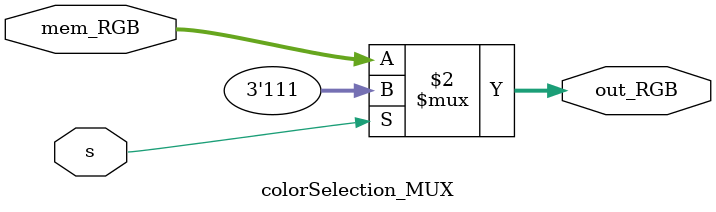
<source format=v>
module DisplayObj(
    CLOCK_50, rstn, startn, up, left, down, right, LEDR,
    VGA_X_Pos, VGA_Y_Pos, VGA_Color, VGA_Plot_EN, // VGA adapter input
    Obj_Init_X, Obj_Init_Y, // Object position
    Obj_Memory_Color, Memory_XC, Memory_YC, // Outputs for external memory module
    enemy_bullet_X, enemy_bullet_Y, game_over_en
);

    input CLOCK_50;
    input rstn, startn;
    input up, down, left, right;
    output [3:0] LEDR;

    ////////////////////////////// Input from bullet.v ////////////////////////////////
    input [8:0] enemy_bullet_X;
    input [7:0] enemy_bullet_Y;

    //////////////////////////// Output Declarations /////////////////////////////////
    output game_over_en;
    output [8:0] VGA_X_Pos; // Wired to VGA_X
    output [7:0] VGA_Y_Pos; // Wired to VGA_Y
    output [2:0] VGA_Color; // Wired to VGA_COLOR
    output VGA_Plot_EN;     // Wired to plot_enable

    output [8:0] Obj_Init_X; // Return the current x location of the object
    output [7:0] Obj_Init_Y; // Return the current y location of the object
    input [2:0] Obj_Memory_Color;

    output [4:0] Memory_XC;  // Wired out to the memory XC
    output [4:0] Memory_YC;  // Wired out to the memory YC

    ////////////////////////////// Wire Declarations /////////////////////////////////
    wire x_match, y_match, paint_done, move_enable;
    wire go_down, go_up, go_left, go_right;
    wire v_enable, h_enable, upDn, LeftRight, plot_enable, erase_enable;
    wire [8:0] newX_Loc, oldX_Loc;
    wire [7:0] newY_Loc, oldY_Loc;
    wire [4:0] XC, YC;
    wire YCincrement;

    /////////////////////////////// Collision Logic ///////////////////////////////////
    assign x_match = (VGA_X_Pos == enemy_bullet_X) ? 1 : 0;
    assign y_match = (VGA_Y_Pos == enemy_bullet_Y) ? 1 : 0;
    assign game_over_en = x_match && y_match;

    ////////////////////////////// Parameter Definitions /////////////////////////////
    parameter [8:0] X_init_loc = 9'd160;
    parameter [7:0] Y_init_loc = 8'd120;
    parameter User1OrUser2 = 1'b1; // 0 -> user1, 1 -> user2

    ////////////////////////////// New Assignments ///////////////////////////////////
    assign VGA_X_Pos = oldX_Loc + XC;
    assign VGA_Y_Pos = oldY_Loc + YC;
    assign VGA_Plot_EN = plot_enable;
    assign Obj_Init_X = oldX_Loc;
    assign Obj_Init_Y = oldY_Loc;

    assign Memory_XC = XC;
    assign Memory_YC = YC;

    ////////////////////////////// Input Control Signals /////////////////////////////
    assign go_down = down;
    assign go_up = up;
    assign go_left = left;
    assign go_right = right;
    assign move_enable = go_down || go_up || go_left || go_right;

    assign paint_done = (YC == 5'b11111 && XC == 5'b11111);

    ////////////////////////////// LEDs for Debugging ///////////////////////////////
    assign LEDR[0] = go_down;
    assign LEDR[1] = go_up;
    assign LEDR[2] = go_left;
    assign LEDR[3] = go_right;

    //////////////////////////// Instantiated Submodules ////////////////////////////
    regn X_InitialLOC (newX_Loc, rstn, CLOCK_50, oldX_Loc);
        defparam X_InitialLOC.n = 9;
        defparam X_InitialLOC.rst_Loc = X_init_loc;

    regn Y_InitialLOC (newY_Loc, rstn, CLOCK_50, oldY_Loc);
        defparam Y_InitialLOC.n = 8;
        defparam Y_InitialLOC.rst_Loc = Y_init_loc;

    updownCounter CounterUpDn(oldY_Loc, v_enable, upDn, rstn, CLOCK_50, newY_Loc);
        defparam CounterUpDn.rst_Loc = Y_init_loc;

    leftrightConter CounterLR(oldX_Loc, h_enable, LeftRight, rstn, CLOCK_50, newX_Loc);
        defparam CounterLR.rst_Loc = X_init_loc;

    colorSelection_MUX Color_MUX(Obj_Memory_Color, erase_enable, VGA_Color);

    animationFSM FSM(CLOCK_50,
        paint_done, move_enable, rstn, startn, go_down, go_up, go_left, go_right, oldX_Loc, oldY_Loc,
        v_enable, h_enable, upDn, LeftRight, plot_enable, erase_enable, idling
    );

    count_obj X_count (CLOCK_50, rstn, plot_enable, XC);
    count_obj Y_count (CLOCK_50, rstn, YCincrement, YC);
    assign YCincrement = (XC == 5'b11111);

endmodule

module regn(R, Resetn, Clock, Q);
    parameter n = 8;
    parameter rst_Loc = 8'd160;

    input [n-1:0] R;
    input Resetn, Clock;
    output reg [n-1:0] Q;

    always @(posedge Clock)
        if (!Resetn)
            Q <= rst_Loc;
        else
            Q <= R;
endmodule

module updownCounter(oldY_loc, V_enable, UpDn, rstn, clock, newY_Loc);
    parameter rst_Loc = 9'd160;

    input [7:0] oldY_loc;
    input V_enable, UpDn, rstn, clock;
    output reg [7:0] newY_Loc;

    wire slow;
    reg [20:0] fast;

    always @(posedge clock, negedge rstn) begin
        if (!rstn)
            fast <= 20'd255;
        else if (slow)
            fast <= 20'd255;
        else
            fast <= fast - 1'b1;
    end

    assign slow = (fast == 20'b0) ? 1 : 0;

    always @(posedge clock, negedge rstn) begin
        if (!rstn)
            newY_Loc <= rst_Loc;
        else if (V_enable && slow)
            newY_Loc <= oldY_loc + (UpDn ? 1 : -1);
    end
endmodule

module leftrightConter(oldX_loc, H_enable, LeftRight, rstn, clock, newX_Loc);
    parameter rst_Loc = 9'd160;

    input [8:0] oldX_loc;
    input H_enable, LeftRight, rstn, clock;
    output reg [8:0] newX_Loc;

    wire slow;
    reg [20:0] fast;

    always @(posedge clock, negedge rstn) begin
        if (!rstn)
            fast <= 20'd255;
        else if (slow)
            fast <= 20'd255;
        else
            fast <= fast - 1'b1;
    end

    assign slow = (fast == 20'b0) ? 1 : 0;

    always @(posedge clock, negedge rstn) begin
        if (!rstn)
            newX_Loc <= rst_Loc;
        else if (H_enable && slow)
            newX_Loc <= oldX_loc + (LeftRight ? 1 : -1);
    end
endmodule

module slow_clock(CLOCK_50, rstn, slow_clock);
    input CLOCK_50, rstn;
    output slow_clock;

    reg [20:0] fast;

    always @(posedge CLOCK_50, negedge rstn) begin
        if (!rstn)
            fast <= 20'd255;
        else if (slow_clock)
            fast <= 20'd255;
        else
            fast <= fast - 1'b1;
    end

    assign slow_clock = (fast == 20'b0) ? 1 : 0;
endmodule

module count_obj(Clock, Resetn, Enable, Q);
    parameter n = 5;

    input Clock, Resetn, Enable;
    output reg [n-1:0] Q;

    always @(posedge Clock)
        if (!Resetn)
            Q <= 0;
        else if (Enable)
            Q <= Q + 1;
endmodule

module animationFSM(
    CLOCK_50, paint_done, move_enable, rstn, startn, go_down, go_up, go_left, go_right,
    Obj_Init_X, Obj_Init_Y, v_enable, h_enable, upDn, LeftRight, plot_enable, erase_enable, idle_sig
);
    // Signal and parameter declarations at the top
    input CLOCK_50, paint_done, move_enable, rstn, startn, go_down, go_up, go_left, go_right;
    input [8:0] Obj_Init_X;
    input [7:0] Obj_Init_Y;

    output v_enable, h_enable, upDn, LeftRight, plot_enable, erase_enable, idle_sig;

    reg control_sig, goD, goU, goL, goR;
    reg move_en;
    reg [6:0] y, Y;

    parameter [6:0] Sidle = 7'b0000001, Sdraw = 7'b0000010, Serase = 7'b0000100, 
                     Sdown = 7'b0001000, Sup = 7'b0010000, Sleft = 7'b0100000, Sright = 7'b1000000;

    wire signal_uni;
    assign signal_uni = (goD && ~goU && ~goL && ~goR) || (~goD && goU && ~goL && ~goR) || 
                        (~goD && ~goU && goL && ~goR) || (~goD && ~goU && ~goL && goR);

    always @(y, paint_done, move_enable, rstn, startn, goD, goU, goL, goR) begin
        case (y)
            Sidle: if (startn) Y = Sdraw;
            Sdraw: if (move_en && paint_done && signal_uni) Y = Serase; else Y = Sdraw;
            Serase: if (paint_done == 1 && Obj_Init_X == 9'd2 && goL) Y = Sdraw;
                    else if (paint_done == 1 && Obj_Init_X == 9'd287 && goR) Y = Sdraw;
                    else if (paint_done == 1 && Obj_Init_Y == 8'd1 && goD) Y = Sdraw;
                    else if (paint_done == 1 && Obj_Init_Y == 8'd177 && goU) Y = Sdraw;
                    else if (paint_done == 1 && (Obj_Init_X == 8'd127 && goR) || (Obj_Init_X == 8'd160 && goL)) Y = Sdraw;
                    else if (paint_done == 1 && goD && ~goU && ~goL && ~goR) Y = Sdown;
                    else if (paint_done == 1 && ~goD && goU && ~goL && ~goR) Y = Sup;
                    else if (paint_done == 1 && ~goD && ~goU && goL && ~goR) Y = Sleft;
                    else if (paint_done == 1 && ~goD && ~goU && ~goL && goR) Y = Sright;
                    else Y = Serase;
            Sdown: Y = Sdraw;
            Sup: Y = Sdraw;
            Sleft: Y = Sdraw;
            Sright: Y = Sdraw;
            default: Y = Sidle;
        endcase
    end

    assign draw_state_output = y[1];

    // Control signal register
    always @(posedge CLOCK_50, negedge rstn) begin
        if (!rstn) begin
            control_sig <= 1'b0;
            goD <= 1'b0;
            goU <= 1'b0;
            goL <= 1'b0;
            goR <= 1'b0;
        end else if (draw_state_output) begin
            goD <= go_down;
            goU <= go_up;
            goL <= go_left;
            goR <= go_right;
        end
    end

    always @(posedge CLOCK_50) begin
        if (draw_state_output && move_enable)
            move_en <= 1'b1;
        else if (!draw_state_output)
            move_en <= 1'b0;
    end

    // Current and next state logic
    always @(posedge CLOCK_50, negedge rstn) begin
        if (!rstn)
            y <= Sidle;
        else
            y <= Y;
    end

    // Output logic
    assign v_enable = y[3] || y[4];
    assign h_enable = y[5] || y[6];
    assign upDn = y[4];
    assign LeftRight = y[6];
    assign plot_enable = y[1] || y[2];
    assign erase_enable = y[2];
    assign idle_sig = y[0];

endmodule

module colorSelection_MUX(mem_RGB, s, out_RGB);
    input [2:0] mem_RGB;
    input s;
    output [2:0] out_RGB;

    assign out_RGB = (s == 1'b1) ? 3'b111 : mem_RGB;
endmodule

</source>
